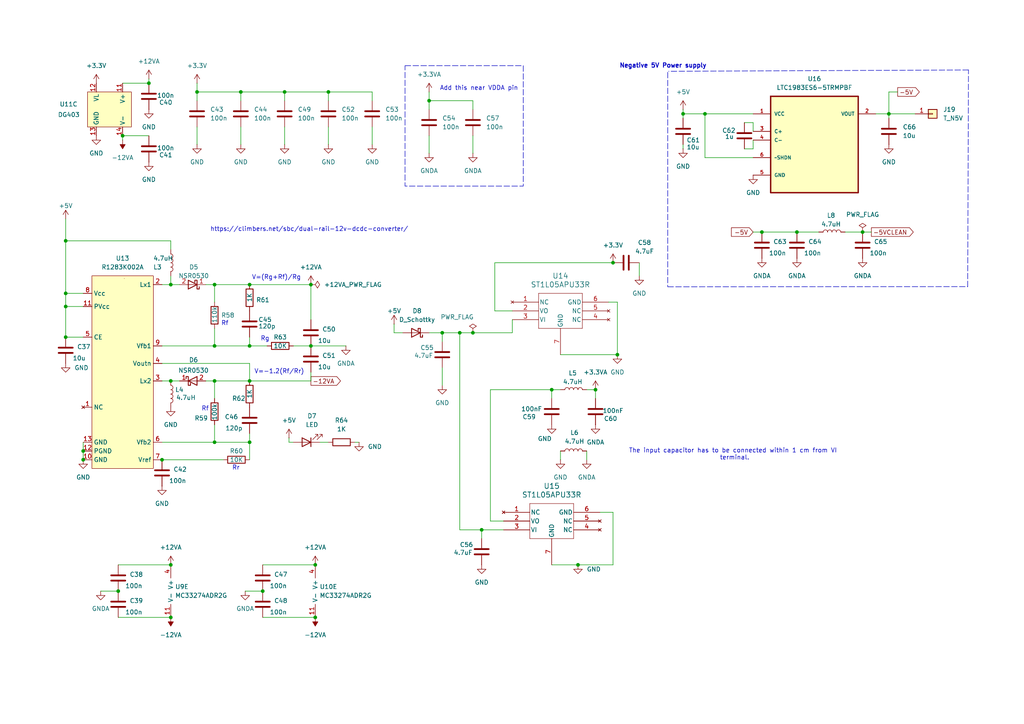
<source format=kicad_sch>
(kicad_sch (version 20250114) (generator "eeschema") (generator_version "9.0")
  (paper "A4")
  (lib_symbols
    (symbol "+3.3V_2" (power) (pin_numbers (hide yes)) (pin_names (offset 0) (hide yes))
      (property "Value" "+3.3V" (at 0 3.556 0))
      (symbol "+3.3V_2_1_1"
        (pin power_in line (at 0 0 90) (length 0) (name "~") (number "1"))
      )
    )
    (symbol "+3.3V_3" (power) (pin_numbers (hide yes)) (pin_names (offset 0) (hide yes))
      (property "Value" "+3.3V" (at 0 3.556 0))
      (symbol "+3.3V_3_1_1"
        (pin power_in line (at 0 0 90) (length 0) (name "~") (number "1"))
      )
    )
    (symbol "+5V_1" (power) (pin_numbers (hide yes)) (pin_names (offset 0) (hide yes))
      (property "Value" "+5V" (at 0 3.556 0))
      (symbol "+5V_1_1_1"
        (pin power_in line (at 0 0 90) (length 0) (name "~") (number "1"))
      )
    )
    (symbol "Connector_Generic:Conn_01x01" (pin_names (offset 1.016) (hide yes))
      (property "Reference" "J" (at 0 2.54 0))
      (property "Value" "Conn_01x01" (at 0 -2.54 0))
      (symbol "Conn_01x01_1_1"
        (pin passive line (at -5.08 0 0) (length 3.81) (name "Pin_1") (number "1"))
      )
    )
    (symbol "D_Schottky_1" (pin_names (offset 1.016) (hide yes))
      (property "Reference" "D" (at 0 2.54 0))
      (property "Value" "D_Schottky_1" (at 0 -2.54 0))
      (symbol "D_Schottky_1_1_1"
        (pin passive line (at -3.81 0 0) (length 2.54) (name "K") (number "1"))
        (pin passive line (at 3.81 0 180) (length 2.54) (name "A") (number "2"))
      )
    )
    (symbol "Device:C" (pin_numbers (hide yes)) (pin_names (offset 0.254))
      (property "Reference" "C" (at 0.635 2.54 0))
      (property "Value" "C" (at 0.635 -2.54 0))
      (symbol "C_1_1"
        (pin passive line (at 0 3.81 270) (length 2.794) (name "~") (number "1"))
        (pin passive line (at 0 -3.81 90) (length 2.794) (name "~") (number "2"))
      )
    )
    (symbol "Device:D_Schottky" (pin_numbers (hide yes)) (pin_names (offset 1.016) (hide yes))
      (property "Reference" "D" (at 0 2.54 0))
      (property "Value" "D_Schottky" (at 0 -2.54 0))
      (symbol "D_Schottky_1_1"
        (pin passive line (at -3.81 0 0) (length 2.54) (name "K") (number "1"))
        (pin passive line (at 3.81 0 180) (length 2.54) (name "A") (number "2"))
      )
    )
    (symbol "Device:L" (pin_numbers (hide yes)) (pin_names (offset 1.016) (hide yes))
      (property "Reference" "L" (at -1.27 0 90))
      (property "Value" "L" (at 1.905 0 90))
      (symbol "L_1_1"
        (pin passive line (at 0 3.81 270) (length 1.27) (name "1") (number "1"))
        (pin passive line (at 0 -3.81 90) (length 1.27) (name "2") (number "2"))
      )
    )
    (symbol "Device:LED" (pin_numbers (hide yes)) (pin_names (offset 1.016) (hide yes))
      (property "Reference" "D" (at 0 2.54 0))
      (property "Value" "LED" (at 0 -2.54 0))
      (symbol "LED_1_1"
        (pin passive line (at -3.81 0 0) (length 2.54) (name "K") (number "1"))
        (pin passive line (at 3.81 0 180) (length 2.54) (name "A") (number "2"))
      )
    )
    (symbol "Device:Opamp_Quad"
      (property "Reference" "U" (at 0 5.08 0))
      (property "Value" "Opamp_Quad" (at 0 -5.08 0))
      (symbol "Opamp_Quad_1_1"
        (pin input line (at -7.62 2.54 0) (length 2.54) (name "+") (number "3"))
        (pin input line (at -7.62 -2.54 0) (length 2.54) (name "-") (number "2"))
        (pin output line (at 7.62 0 180) (length 2.54) (name "~") (number "1"))
      )
      (symbol "Opamp_Quad_2_1"
        (pin input line (at -7.62 2.54 0) (length 2.54) (name "+") (number "5"))
        (pin input line (at -7.62 -2.54 0) (length 2.54) (name "-") (number "6"))
        (pin output line (at 7.62 0 180) (length 2.54) (name "~") (number "7"))
      )
      (symbol "Opamp_Quad_3_1"
        (pin input line (at -7.62 2.54 0) (length 2.54) (name "+") (number "10"))
        (pin input line (at -7.62 -2.54 0) (length 2.54) (name "-") (number "9"))
        (pin output line (at 7.62 0 180) (length 2.54) (name "~") (number "8"))
      )
      (symbol "Opamp_Quad_4_1"
        (pin input line (at -7.62 2.54 0) (length 2.54) (name "+") (number "12"))
        (pin input line (at -7.62 -2.54 0) (length 2.54) (name "-") (number "13"))
        (pin output line (at 7.62 0 180) (length 2.54) (name "~") (number "14"))
      )
      (symbol "Opamp_Quad_5_1"
        (pin power_in line (at -2.54 7.62 270) (length 3.81) (name "V+") (number "4"))
        (pin power_in line (at -2.54 -7.62 90) (length 3.81) (name "V-") (number "11"))
      )
    )
    (symbol "Device:R" (pin_numbers (hide yes)) (pin_names (offset 0))
      (property "Reference" "R" (at 2.032 0 90))
      (property "Value" "R" (at 0 0 90))
      (symbol "R_1_1"
        (pin passive line (at 0 3.81 270) (length 1.27) (name "~") (number "1"))
        (pin passive line (at 0 -3.81 90) (length 1.27) (name "~") (number "2"))
      )
    )
    (symbol "PWR_FLAG_2" (power) (pin_numbers (hide yes)) (pin_names (offset 0) (hide yes))
      (property "Value" "PWR_FLAG" (at 0 3.81 0))
      (symbol "PWR_FLAG_2_0_0"
        (pin power_out line (at 0 0 90) (length 0) (name "pwr") (number "1"))
      )
    )
    (symbol "PWR_FLAG_3" (power) (pin_numbers (hide yes)) (pin_names (offset 0) (hide yes))
      (property "Value" "PWR_FLAG" (at 0 3.81 0))
      (symbol "PWR_FLAG_3_0_0"
        (pin power_out line (at 0 0 90) (length 0) (name "pwr") (number "1"))
      )
    )
    (symbol "USBLabTool:DG403"
      (property "Reference" "U" (at -1.905 1.27 0))
      (property "Value" "DG403" (at -1.27 -0.635 0))
      (symbol "DG403_1_1"
        (pin input line (at -20.32 -5.08 0) (length 2.54) (name "IN1") (number "15"))
        (pin input line (at -20.32 -10.16 0) (length 2.54) (name "S1") (number "16"))
        (pin input line (at -20.32 -12.7 0) (length 2.54) (name "S3") (number "4"))
        (pin input line (at 0 -10.16 180) (length 2.54) (name "D1") (number "1"))
        (pin input line (at 0 -12.7 180) (length 2.54) (name "D3") (number "3"))
      )
      (symbol "DG403_2_1"
        (pin input line (at -10.16 -5.08 0) (length 2.54) (name "IN2") (number "10"))
        (pin input line (at -10.16 -10.16 0) (length 2.54) (name "S2") (number "9"))
        (pin input line (at -10.16 -12.7 0) (length 2.54) (name "S4") (number "5"))
        (pin input line (at 10.16 -10.16 180) (length 2.54) (name "D2") (number "8"))
        (pin input line (at 10.16 -12.7 180) (length 2.54) (name "D4") (number "6"))
      )
      (symbol "DG403_3_0"
        (pin no_connect line (at -10.16 -12.7 0) (length 2.54) (hide yes) (name "NC") (number "7"))
        (pin no_connect line (at 7.62 -12.7 180) (length 2.54) (hide yes) (name "NC") (number "2"))
      )
      (symbol "DG403_3_1"
        (pin power_in line (at -5.08 -5.08 270) (length 2.54) (name "VL") (number "12"))
        (pin power_in line (at -5.08 -20.32 90) (length 2.54) (name "GND") (number "13"))
        (pin power_in line (at 2.54 -5.08 270) (length 2.54) (name "V+") (number "11"))
        (pin power_in line (at 2.54 -20.32 90) (length 2.54) (name "V-") (number "14"))
      )
    )
    (symbol "USBLabTool:LTC1983ES6-5TRMPBF" (pin_names (offset 1.016))
      (property "Reference" "U" (at -3.6097 12.5324 0))
      (property "Value" "LTC1983ES6-5TRMPBF" (at -5.9974 -21.3213 0))
      (symbol "LTC1983ES6-5TRMPBF_0_0"
        (pin power_in line (at -17.78 5.08 0) (length 5.08) (name "VCC") (number "1"))
        (pin input line (at -17.78 0 0) (length 5.08) (name "C+") (number "3"))
        (pin input line (at -17.78 -2.54 0) (length 5.08) (name "C-") (number "4"))
        (pin input line (at -17.78 -7.62 0) (length 5.08) (name "~SHDN") (number "6"))
        (pin passive line (at -17.78 -12.7 0) (length 5.08) (name "GND") (number "5"))
        (pin output line (at 17.78 5.08 180) (length 5.08) (name "VOUT") (number "2"))
      )
    )
    (symbol "USBLabTool:ST1L05APU33R" (pin_names (offset 0.254))
      (property "Reference" "U" (at 13.716 9.398 0))
      (property "Value" "ST1L05APU33R" (at 13.716 6.858 0))
      (symbol "ST1L05APU33R_0_1"
        (pin no_connect line (at 0 2.54 0) (length 7.62) (name "NC") (number "1"))
        (pin no_connect line (at 27.94 0 180) (length 7.62) (name "NC") (number "5"))
        (pin no_connect line (at 27.94 -2.54 180) (length 7.62) (name "NC") (number "4"))
      )
      (symbol "ST1L05APU33R_1_1"
        (pin power_out line (at 0 0 0) (length 7.62) (name "VO") (number "2"))
        (pin power_in line (at 0 -2.54 0) (length 7.62) (name "VI") (number "3"))
        (pin power_in line (at 13.97 -12.7 90) (length 7.62) (name "GND") (number "7"))
        (pin power_in line (at 27.94 2.54 180) (length 7.62) (name "GND") (number "6"))
      )
    )
    (symbol "USBLabTool:r1283x"
      (property "Reference" "U" (at -5.08 -2.54 0))
      (property "Value" "R1283x" (at -5.08 -0.762 0))
      (symbol "r1283x_1_1"
        (pin power_in line (at -17.78 -10.16 0) (length 2.54) (name "Vcc") (number "8"))
        (pin power_in line (at -17.78 -13.97 0) (length 2.54) (name "PVcc") (number "11"))
        (pin input line (at -17.78 -22.86 0) (length 2.54) (name "CE") (number "5"))
        (pin no_connect line (at -17.78 -43.18 0) (length 2.54) (name "NC") (number "1"))
        (pin power_in line (at -17.78 -53.34 0) (length 2.54) (name "GND") (number "13"))
        (pin power_out line (at -17.78 -55.88 0) (length 2.54) (name "PGND") (number "12"))
        (pin power_in line (at -17.78 -58.42 0) (length 2.54) (name "GND") (number "10"))
        (pin input line (at 5.08 -7.62 180) (length 2.54) (name "Lx1") (number "2"))
        (pin input line (at 5.08 -25.4 180) (length 2.54) (name "Vfb1") (number "9"))
        (pin power_out line (at 5.08 -30.48 180) (length 2.54) (name "Voutn") (number "4"))
        (pin input line (at 5.08 -35.56 180) (length 2.54) (name "Lx2") (number "3"))
        (pin input line (at 5.08 -53.34 180) (length 2.54) (name "Vfb2") (number "6"))
        (pin input line (at 5.08 -58.42 180) (length 2.54) (name "Vref") (number "7"))
      )
    )
    (symbol "power:+12VA" (power) (pin_numbers (hide yes)) (pin_names (offset 0) (hide yes))
      (property "Value" "+12VA" (at 0 3.556 0))
      (symbol "+12VA_1_1"
        (pin power_in line (at 0 0 90) (length 0) (name "~") (number "1"))
      )
    )
    (symbol "power:+3.3V" (power) (pin_numbers (hide yes)) (pin_names (offset 0) (hide yes))
      (property "Value" "+3.3V" (at 0 3.556 0))
      (symbol "+3.3V_1_1"
        (pin power_in line (at 0 0 90) (length 0) (name "~") (number "1"))
      )
    )
    (symbol "power:+3.3VA" (power) (pin_numbers (hide yes)) (pin_names (offset 0) (hide yes))
      (property "Value" "+3.3VA" (at 0 3.556 0))
      (symbol "+3.3VA_1_1"
        (pin power_in line (at 0 0 90) (length 0) (name "~") (number "1"))
      )
    )
    (symbol "power:+5V" (power) (pin_numbers (hide yes)) (pin_names (offset 0) (hide yes))
      (property "Value" "+5V" (at 0 3.556 0))
      (symbol "+5V_1_1"
        (pin power_in line (at 0 0 90) (length 0) (name "~") (number "1"))
      )
    )
    (symbol "power:-12VA" (power) (pin_numbers (hide yes)) (pin_names (offset 0) (hide yes))
      (property "Value" "-12VA" (at 0 3.556 0))
      (symbol "-12VA_0_0"
        (pin power_in line (at 0 0 90) (length 0) (name "~") (number "1"))
      )
    )
    (symbol "power:GND" (power) (pin_numbers (hide yes)) (pin_names (offset 0) (hide yes))
      (property "Value" "GND" (at 0 -3.81 0))
      (symbol "GND_1_1"
        (pin power_in line (at 0 0 270) (length 0) (name "~") (number "1"))
      )
    )
    (symbol "power:GNDA" (power) (pin_numbers (hide yes)) (pin_names (offset 0) (hide yes))
      (property "Value" "GNDA" (at 0 -3.81 0))
      (symbol "GNDA_1_1"
        (pin power_in line (at 0 0 270) (length 0) (name "~") (number "1"))
      )
    )
    (symbol "power:PWR_FLAG" (power) (pin_numbers (hide yes)) (pin_names (offset 0) (hide yes))
      (property "Value" "PWR_FLAG" (at 0 3.81 0))
      (symbol "PWR_FLAG_0_0"
        (pin power_out line (at 0 0 90) (length 0) (name "~") (number "1"))
      )
    )
  )
  (rectangle (start 117.475 19.05) (end 151.765 53.975) (stroke (width 0) (type dash)))
  (text "Rf" (at 64.135 94.615 0) (effects (font (size 1.27 1.27)) (justify left bottom)))
  (text "The input capacitor has to be connected within 1 cm from VI\n terminal." (at 212.598 131.826 0) (effects (font (size 1.27 1.27))))
  (text "https://climbers.net/sbc/dual-rail-12v-dcdc-converter/" (at 60.96 67.31 0) (effects (font (size 1.27 1.27)) (justify left bottom)))
  (text "Add this near VDDA pin" (at 138.938 25.654 0) (effects (font (size 1.27 1.27))))
  (text "V=(Rg+Rf)/Rg" (at 73.025 81.28 0) (effects (font (size 1.27 1.27)) (justify left bottom)))
  (text "V=-1.2(Rf/Rr)" (at 88.265 108.585 0) (effects (font (size 1.27 1.27)) (justify right bottom)))
  (text "Rg" (at 75.565 99.06 0) (effects (font (size 1.27 1.27)) (justify left bottom)))
  (text "Negative 5V Power supply" (at 179.6288 19.9136 0) (effects (font (size 1.27 1.27) (thickness 0.254) (bold yes)) (justify left bottom)))
  (text "Rf" (at 58.42 119.38 0) (effects (font (size 1.27 1.27)) (justify left bottom)))
  (text "Rr" (at 67.31 136.525 0) (effects (font (size 1.27 1.27)) (justify left bottom)))
  (junction (at 231.14 67.31))
  (junction (at 198.12 33.02))
  (junction (at 43.18 24.13))
  (junction (at 72.39 110.49))
  (junction (at 49.53 110.49))
  (junction (at 257.81 33.02))
  (junction (at 57.15 26.67))
  (junction (at 91.44 179.07))
  (junction (at 19.05 88.9))
  (junction (at 204.47 33.02))
  (junction (at 137.16 96.52))
  (junction (at 72.39 82.55))
  (junction (at 139.7 153.67))
  (junction (at 250.19 67.31))
  (junction (at 19.05 97.79))
  (junction (at 172.72 113.03))
  (junction (at 35.56 39.37))
  (junction (at 91.44 163.83))
  (junction (at 133.35 96.52))
  (junction (at 19.05 85.09))
  (junction (at 49.53 82.55))
  (junction (at 72.39 100.33))
  (junction (at 220.98 67.31))
  (junction (at 46.99 133.35))
  (junction (at 19.05 69.85))
  (junction (at 167.64 163.83))
  (junction (at 90.17 100.33))
  (junction (at 179.07 102.87))
  (junction (at 49.53 179.07))
  (junction (at 24.13 130.81))
  (junction (at 62.23 100.33))
  (junction (at 76.2 171.45))
  (junction (at 62.23 128.27))
  (junction (at 160.02 113.03))
  (junction (at 124.46 29.21))
  (junction (at 34.29 171.45))
  (junction (at 49.53 163.83))
  (junction (at 82.55 26.67))
  (junction (at 90.17 82.55))
  (junction (at 24.13 133.35))
  (junction (at 128.27 96.52))
  (junction (at 95.25 26.67))
  (junction (at 62.23 82.55))
  (junction (at 72.39 128.27))
  (junction (at 177.8 76.2))
  (junction (at 62.23 110.49))
  (junction (at 69.85 26.67))
  (wire (pts (xy 170.18 113.03) (xy 172.72 113.03)))
  (wire (pts (xy 204.47 33.02) (xy 204.47 45.72)))
  (wire (pts (xy 218.44 67.31) (xy 220.98 67.31)))
  (wire (pts (xy 62.23 100.33) (xy 72.39 100.33)))
  (wire (pts (xy 128.27 106.68) (xy 128.27 111.76)))
  (wire (pts (xy 62.23 128.27) (xy 46.99 128.27)))
  (wire (pts (xy 170.18 130.81) (xy 170.18 133.35)))
  (wire (pts (xy 57.15 24.13) (xy 57.15 26.67)))
  (wire (pts (xy 114.3 96.52) (xy 116.84 96.52)))
  (wire (pts (xy 72.39 125.73) (xy 72.39 128.27)))
  (wire (pts (xy 137.16 39.37) (xy 137.16 44.45)))
  (polyline (pts (xy 280.8986 20.2946) (xy 193.929 20.6756)) (stroke (width 0) (type dash)))
  (wire (pts (xy 72.39 82.55) (xy 90.17 82.55)))
  (wire (pts (xy 162.56 133.35) (xy 162.56 130.81)))
  (wire (pts (xy 143.51 76.2) (xy 177.8 76.2)))
  (wire (pts (xy 90.17 92.71) (xy 90.17 82.55)))
  (wire (pts (xy 72.39 110.49) (xy 90.17 110.49)))
  (wire (pts (xy 142.24 113.03) (xy 160.02 113.03)))
  (wire (pts (xy 250.19 67.31) (xy 252.73 67.31)))
  (wire (pts (xy 133.35 96.52) (xy 133.35 153.67)))
  (wire (pts (xy 124.46 96.52) (xy 128.27 96.52)))
  (wire (pts (xy 220.98 67.31) (xy 231.14 67.31)))
  (wire (pts (xy 92.71 128.27) (xy 95.25 128.27)))
  (wire (pts (xy 257.81 33.02) (xy 265.43 33.02)))
  (polyline (pts (xy 193.675 20.955) (xy 193.675 83.185)) (stroke (width 0) (type dash)))
  (wire (pts (xy 215.9 43.18) (xy 218.44 43.18)))
  (wire (pts (xy 95.25 26.67) (xy 107.95 26.67)))
  (wire (pts (xy 128.27 96.52) (xy 133.35 96.52)))
  (wire (pts (xy 198.12 33.02) (xy 204.47 33.02)))
  (wire (pts (xy 137.16 29.21) (xy 137.16 31.75)))
  (wire (pts (xy 124.46 29.21) (xy 124.46 31.75)))
  (wire (pts (xy 231.14 67.31) (xy 237.49 67.31)))
  (wire (pts (xy 198.12 31.75) (xy 198.12 33.02)))
  (wire (pts (xy 34.29 163.83) (xy 49.53 163.83)))
  (wire (pts (xy 19.05 88.9) (xy 24.13 88.9)))
  (wire (pts (xy 19.05 63.5) (xy 19.05 69.85)))
  (wire (pts (xy 43.18 24.13) (xy 35.56 24.13)))
  (wire (pts (xy 257.81 26.67) (xy 260.35 26.67)))
  (wire (pts (xy 52.07 110.49) (xy 49.53 110.49)))
  (wire (pts (xy 19.05 88.9) (xy 19.05 97.79)))
  (polyline (pts (xy 280.67 83.185) (xy 280.8986 20.2946)) (stroke (width 0) (type dash)))
  (wire (pts (xy 114.3 93.98) (xy 114.3 96.52)))
  (wire (pts (xy 24.13 130.81) (xy 24.13 133.35)))
  (wire (pts (xy 62.23 115.57) (xy 62.23 110.49)))
  (wire (pts (xy 167.64 163.83) (xy 177.8 163.83)))
  (wire (pts (xy 162.56 102.87) (xy 179.07 102.87)))
  (wire (pts (xy 204.47 33.02) (xy 218.44 33.02)))
  (wire (pts (xy 46.99 100.33) (xy 62.23 100.33)))
  (wire (pts (xy 107.95 26.67) (xy 107.95 29.21)))
  (wire (pts (xy 72.39 128.27) (xy 62.23 128.27)))
  (wire (pts (xy 198.12 34.29) (xy 198.12 33.02)))
  (wire (pts (xy 62.23 95.25) (xy 62.23 100.33)))
  (wire (pts (xy 85.09 100.33) (xy 90.17 100.33)))
  (polyline (pts (xy 193.675 83.185) (xy 280.67 83.1342)) (stroke (width 0) (type dash)))
  (wire (pts (xy 19.05 85.09) (xy 19.05 88.9)))
  (wire (pts (xy 57.15 26.67) (xy 69.85 26.67)))
  (wire (pts (xy 204.47 45.72) (xy 218.44 45.72)))
  (wire (pts (xy 34.29 179.07) (xy 49.53 179.07)))
  (wire (pts (xy 102.87 128.27) (xy 104.14 128.27)))
  (wire (pts (xy 160.02 113.03) (xy 162.56 113.03)))
  (wire (pts (xy 24.13 128.27) (xy 24.13 130.81)))
  (wire (pts (xy 124.46 26.67) (xy 124.46 29.21)))
  (wire (pts (xy 82.55 36.83) (xy 82.55 41.91)))
  (wire (pts (xy 124.46 29.21) (xy 137.16 29.21)))
  (wire (pts (xy 179.07 87.63) (xy 179.07 102.87)))
  (wire (pts (xy 133.35 153.67) (xy 139.7 153.67)))
  (wire (pts (xy 59.69 110.49) (xy 62.23 110.49)))
  (wire (pts (xy 172.72 113.03) (xy 172.72 115.57)))
  (wire (pts (xy 49.53 69.85) (xy 49.53 72.39)))
  (wire (pts (xy 59.69 82.55) (xy 62.23 82.55)))
  (wire (pts (xy 46.99 105.41) (xy 72.39 105.41)))
  (wire (pts (xy 62.23 123.19) (xy 62.23 128.27)))
  (wire (pts (xy 82.55 26.67) (xy 82.55 29.21)))
  (wire (pts (xy 19.05 85.09) (xy 24.13 85.09)))
  (wire (pts (xy 19.05 97.79) (xy 24.13 97.79)))
  (wire (pts (xy 83.82 127) (xy 83.82 128.27)))
  (wire (pts (xy 69.85 36.83) (xy 69.85 41.91)))
  (wire (pts (xy 133.35 96.52) (xy 137.16 96.52)))
  (wire (pts (xy 57.15 26.67) (xy 57.15 29.21)))
  (wire (pts (xy 52.07 82.55) (xy 49.53 82.55)))
  (wire (pts (xy 49.53 110.49) (xy 46.99 110.49)))
  (wire (pts (xy 107.95 36.83) (xy 107.95 41.91)))
  (wire (pts (xy 218.44 43.18) (xy 218.44 40.64)))
  (wire (pts (xy 62.23 82.55) (xy 72.39 82.55)))
  (wire (pts (xy 218.44 35.56) (xy 218.44 38.1)))
  (wire (pts (xy 76.2 179.07) (xy 91.44 179.07)))
  (wire (pts (xy 139.7 153.67) (xy 139.7 156.21)))
  (wire (pts (xy 76.2 163.83) (xy 91.44 163.83)))
  (wire (pts (xy 72.39 133.35) (xy 72.39 128.27)))
  (wire (pts (xy 215.9 35.56) (xy 218.44 35.56)))
  (wire (pts (xy 90.17 107.95) (xy 90.17 110.49)))
  (wire (pts (xy 139.7 153.67) (xy 146.05 153.67)))
  (wire (pts (xy 95.25 36.83) (xy 95.25 41.91)))
  (wire (pts (xy 69.85 26.67) (xy 82.55 26.67)))
  (wire (pts (xy 64.77 133.35) (xy 46.99 133.35)))
  (wire (pts (xy 43.18 22.86) (xy 43.18 24.13)))
  (wire (pts (xy 57.15 36.83) (xy 57.15 41.91)))
  (wire (pts (xy 90.17 100.33) (xy 100.33 100.33)))
  (wire (pts (xy 49.53 82.55) (xy 46.99 82.55)))
  (wire (pts (xy 143.51 90.17) (xy 143.51 76.2)))
  (wire (pts (xy 35.56 39.37) (xy 43.18 39.37)))
  (wire (pts (xy 142.24 151.13) (xy 146.05 151.13)))
  (wire (pts (xy 173.99 148.59) (xy 177.8 148.59)))
  (wire (pts (xy 29.21 171.45) (xy 34.29 171.45)))
  (wire (pts (xy 148.59 96.52) (xy 148.59 92.71)))
  (wire (pts (xy 148.59 96.52) (xy 137.16 96.52)))
  (wire (pts (xy 49.53 80.01) (xy 49.53 82.55)))
  (wire (pts (xy 83.82 128.27) (xy 85.09 128.27)))
  (wire (pts (xy 19.05 69.85) (xy 19.05 85.09)))
  (wire (pts (xy 198.12 43.18) (xy 198.12 41.91)))
  (wire (pts (xy 19.05 69.85) (xy 49.53 69.85)))
  (wire (pts (xy 82.55 26.67) (xy 95.25 26.67)))
  (wire (pts (xy 72.39 100.33) (xy 77.47 100.33)))
  (wire (pts (xy 128.27 96.52) (xy 128.27 99.06)))
  (wire (pts (xy 69.85 26.67) (xy 69.85 29.21)))
  (wire (pts (xy 95.25 26.67) (xy 95.25 29.21)))
  (wire (pts (xy 142.24 113.03) (xy 142.24 151.13)))
  (wire (pts (xy 35.56 40.64) (xy 35.56 39.37)))
  (wire (pts (xy 143.51 90.17) (xy 148.59 90.17)))
  (wire (pts (xy 71.12 171.45) (xy 76.2 171.45)))
  (wire (pts (xy 257.81 26.67) (xy 257.81 33.02)))
  (wire (pts (xy 62.23 110.49) (xy 72.39 110.49)))
  (wire (pts (xy 245.11 67.31) (xy 250.19 67.31)))
  (wire (pts (xy 124.46 39.37) (xy 124.46 44.45)))
  (wire (pts (xy 72.39 97.79) (xy 72.39 100.33)))
  (wire (pts (xy 257.81 33.02) (xy 257.81 34.29)))
  (wire (pts (xy 160.02 113.03) (xy 160.02 115.57)))
  (wire (pts (xy 72.39 105.41) (xy 72.39 110.49)))
  (wire (pts (xy 62.23 82.55) (xy 62.23 87.63)))
  (wire (pts (xy 176.53 87.63) (xy 179.07 87.63)))
  (wire (pts (xy 177.8 148.59) (xy 177.8 163.83)))
  (wire (pts (xy 185.42 76.2) (xy 185.42 80.01)))
  (wire (pts (xy 254 33.02) (xy 257.81 33.02)))
  (wire (pts (xy 160.02 163.83) (xy 167.64 163.83)))
  (global_label "-5V" (shape output) (at 260.35 26.67 0) (property "Intersheetrefs" "${INTERSHEET_REFS}" (effects (hide yes))))
  (global_label "-5V" (shape input) (at 218.44 67.31 180) (property "Intersheetrefs" "${INTERSHEET_REFS}" (effects (hide yes))))
  (global_label "-5VCLEAN" (shape output) (at 252.73 67.31 0) (property "Intersheetrefs" "${INTERSHEET_REFS}" (effects (hide yes))))
  (global_label "-12VA" (shape output) (at 90.17 110.49 0) (property "Intersheetrefs" "${INTERSHEET_REFS}" (effects (hide yes))))
  (symbol (lib_id "Device:C") (at 34.29 175.26 0) (unit 1)
    (property "Reference" "C39" (at 37.592 174.244 0) (effects (justify left)))
    (property "Value" "100n" (at 36.322 177.546 0) (effects (justify left)))
    (property "Footprint" "Capacitor_SMD:C_0603_1608Metric_Pad1.08x0.95mm_HandSolder" (effects (hide yes)))
  )
  (symbol (lib_id "power:+3.3VA") (at 124.46 26.67 0) (unit 1)
    (property "Reference" "#PWR0102" (effects (hide yes)))
    (property "Value" "+3.3VA" (at 124.46 21.59 0))
    (property "Description" "Power symbol creates a global label with name \"+3.3VA\"" (effects (hide yes)))
  )
  (symbol (lib_id "power:GNDA") (at 220.98 74.93 0) (unit 1)
    (property "Reference" "#PWR0124" (effects (hide yes)))
    (property "Value" "GNDA" (at 220.98 80.01 0))
    (property "Description" "Power symbol creates a global label with name \"GNDA\" , analog ground" (effects (hide yes)))
  )
  (symbol (lib_id "Device:C") (at 76.2 175.26 0) (unit 1)
    (property "Reference" "C48" (at 79.502 174.244 0) (effects (justify left)))
    (property "Value" "100n" (at 78.232 177.546 0) (effects (justify left)))
    (property "Footprint" "Capacitor_SMD:C_0603_1608Metric_Pad1.08x0.95mm_HandSolder" (effects (hide yes)))
  )
  (symbol (lib_id "Device:C") (at 181.61 76.2 270) (unit 1)
    (property "Reference" "C58" (at 186.944 70.358 90))
    (property "Value" "4.7uF" (at 186.944 72.898 90))
    (property "Footprint" "Capacitor_SMD:C_0603_1608Metric_Pad1.08x0.95mm_HandSolder" (effects (hide yes)))
  )
  (symbol (lib_id "power:GND") (at 162.56 133.35 0) (unit 1)
    (property "Reference" "#PWR0117" (effects (hide yes)))
    (property "Value" "GND" (at 162.56 138.43 0))
    (property "Description" "Power symbol creates a global label with name \"GND\" , ground" (effects (hide yes)))
  )
  (symbol (lib_id "power:GNDA") (at 100.33 100.33 0) (unit 1)
    (property "Reference" "#PWR0103" (effects (hide yes)))
    (property "Value" "GNDA" (at 100.33 105.41 0))
  )
  (symbol (lib_id "USBLabTool:ST1L05APU33R") (at 148.59 90.17 0) (unit 1)
    (property "Reference" "U14" (at 162.56 80.01 0) (effects (font (size 1.524 1.524))))
    (property "Value" "ST1L05APU33R" (at 162.56 82.55 0) (effects (font (size 1.524 1.524))))
    (property "Footprint" "userfp:DFN_5APU33R_STM" (effects (hide yes)))
    (property "Datasheet" "ST1L05APU33R" (effects (hide yes)))
  )
  (symbol (lib_id "Device:L") (at 166.37 130.81 90) (unit 1)
    (property "Reference" "L6" (at 166.624 125.476 90))
    (property "Value" "4.7uH" (at 166.624 128.016 90))
    (property "Footprint" "userfp:IND_TAIYO_NRH2410_TAY" (effects (hide yes)))
    (property "Mouser REF" "80-L0603B470KPWFT" (effects (hide yes)))
  )
  (symbol (lib_id "Device:C") (at 90.17 96.52 0) (unit 1)
    (property "Reference" "C50" (at 93.472 95.504 0) (effects (justify left)))
    (property "Value" "10u" (at 92.202 98.806 0) (effects (justify left)))
    (property "Footprint" "Capacitor_SMD:C_0805_2012Metric_Pad1.18x1.45mm_HandSolder" (effects (hide yes)))
  )
  (symbol (lib_id "Device:C") (at 172.72 119.38 180) (unit 1)
    (property "Reference" "C60" (at 179.07 121.412 0) (effects (justify left)))
    (property "Value" "100nF" (at 180.848 119.126 0) (effects (justify left)))
    (property "Footprint" "Capacitor_SMD:C_0603_1608Metric_Pad1.08x0.95mm_HandSolder" (effects (hide yes)))
  )
  (symbol (lib_id "power:GNDA") (at 231.14 74.93 0) (unit 1)
    (property "Reference" "#PWR0125" (effects (hide yes)))
    (property "Value" "GNDA" (at 231.14 80.01 0))
    (property "Description" "Power symbol creates a global label with name \"GNDA\" , analog ground" (effects (hide yes)))
  )
  (symbol (lib_id "power:GNDA") (at 137.16 44.45 0) (unit 1)
    (property "Reference" "#PWR0111" (effects (hide yes)))
    (property "Value" "GNDA" (at 137.16 49.53 0))
  )
  (symbol (lib_id "power:GND") (at 27.94 39.37 0) (unit 1)
    (property "Reference" "#PWR082" (effects (hide yes)))
    (property "Value" "GND" (at 27.94 44.45 0))
    (property "Description" "Power symbol creates a global label with name \"GND\" , ground" (effects (hide yes)))
  )
  (symbol (lib_id "Device:C") (at 82.55 33.02 0) (unit 1)
    (property "Reference" "C49" (at 86.36 31.7499 0) (effects (justify left)))
    (property "Value" "100n" (at 86.36 34.2899 0) (effects (justify left)))
    (property "Footprint" "Capacitor_SMD:C_0603_1608Metric_Pad1.08x0.95mm_HandSolder" (effects (hide yes)))
  )
  (symbol (lib_name "+3.3V_2") (lib_id "power:+3.3V") (at 27.94 24.13 0) (unit 1)
    (property "Reference" "#PWR072" (effects (hide yes)))
    (property "Value" "+3.3V" (at 27.94 19.05 0))
    (property "Description" "Power symbol creates a global label with name \"+3.3V\"" (effects (hide yes)))
  )
  (symbol (lib_id "Device:R") (at 81.28 100.33 270) (unit 1)
    (property "Reference" "R63" (at 81.28 97.79 90))
    (property "Value" "10K" (at 81.28 100.33 90))
    (property "Footprint" "Resistor_SMD:R_0603_1608Metric" (effects (hide yes)))
  )
  (symbol (lib_id "Device:C") (at 220.98 71.12 0) (unit 1)
    (property "Reference" "C63" (at 224.282 70.104 0) (effects (justify left)))
    (property "Value" "100n" (at 223.012 73.406 0) (effects (justify left)))
    (property "Footprint" "Capacitor_SMD:C_0603_1608Metric_Pad1.08x0.95mm_HandSolder" (effects (hide yes)))
  )
  (symbol (lib_id "Device:R") (at 99.06 128.27 90) (unit 1)
    (property "Reference" "R64" (at 99.06 121.92 90))
    (property "Value" "1K" (at 99.06 124.46 90))
    (property "Footprint" "Resistor_SMD:R_0603_1608Metric" (effects (hide yes)))
    (property "Description" "Resistor" (effects (hide yes)))
  )
  (symbol (lib_id "power:GNDA") (at 160.02 123.19 0) (unit 1)
    (property "Reference" "#PWR0116" (effects (hide yes)))
    (property "Value" "GND" (at 155.956 127.254 0) (effects (justify left)))
  )
  (symbol (lib_id "Device:C") (at 160.02 119.38 180) (unit 1)
    (property "Reference" "C59" (at 155.448 120.904 0) (effects (justify left)))
    (property "Value" "100nF" (at 157.226 118.618 0) (effects (justify left)))
    (property "Footprint" "Capacitor_SMD:C_0603_1608Metric_Pad1.08x0.95mm_HandSolder" (effects (hide yes)))
  )
  (symbol (lib_id "power:GND") (at 198.12 43.18 0) (unit 1)
    (property "Reference" "#PWR0107" (effects (hide yes)))
    (property "Value" "GND" (at 198.12 48.26 0))
    (property "Description" "Power symbol creates a global label with name \"GND\" , ground" (effects (hide yes)))
  )
  (symbol (lib_id "Device:R") (at 62.23 119.38 0) (mirror y) (unit 1)
    (property "Reference" "R59" (at 60.325 121.285 0) (effects (justify left)))
    (property "Value" "100k" (at 62.23 121.92 90) (effects (justify left)))
    (property "Footprint" "Resistor_SMD:R_0603_1608Metric" (effects (hide yes)))
    (property "BUY" "https://www.digikey.com/en/products/detail/yageo/RC0603FR-07110KL/726905" (effects (hide yes)))
  )
  (symbol (lib_id "power:GNDA") (at 124.46 44.45 0) (unit 1)
    (property "Reference" "#PWR0108" (effects (hide yes)))
    (property "Value" "GNDA" (at 124.46 49.53 0))
  )
  (symbol (lib_id "Device:LED") (at 88.9 128.27 180) (unit 1)
    (property "Reference" "D7" (at 90.4875 120.65 0))
    (property "Value" "LED" (at 90.4875 123.19 0))
    (property "Footprint" "LED_THT:LED_D5.0mm" (effects (hide yes)))
    (property "Description" "Light emitting diode" (effects (hide yes)))
    (property "Sim.Pins" "1=K 2=A" (effects (hide yes)))
  )
  (symbol (lib_id "Device:C") (at 107.95 33.02 0) (unit 1)
    (property "Reference" "C53" (at 111.76 31.7499 0) (effects (justify left)))
    (property "Value" "100n" (at 111.76 34.2899 0) (effects (justify left)))
    (property "Footprint" "Capacitor_SMD:C_0603_1608Metric_Pad1.08x0.95mm_HandSolder" (effects (hide yes)))
  )
  (symbol (lib_id "power:+12VA") (at 91.44 163.83 0) (unit 1)
    (property "Reference" "#PWR0100" (effects (hide yes)))
    (property "Value" "+12VA" (at 91.44 158.75 0))
    (property "Description" "Power symbol creates a global label with name \"+12VA\"" (effects (hide yes)))
  )
  (symbol (lib_id "power:GND") (at 57.15 41.91 0) (unit 1)
    (property "Reference" "#PWR085" (effects (hide yes)))
    (property "Value" "GND" (at 57.15 46.99 0))
    (property "Description" "Power symbol creates a global label with name \"GND\" , ground" (effects (hide yes)))
  )
  (symbol (lib_id "power:-12VA") (at 35.56 40.64 180) (unit 1)
    (property "Reference" "#PWR084" (effects (hide yes)))
    (property "Value" "-12VA" (at 35.56 45.72 0))
    (property "Description" "Power symbol creates a global label with name \"-12VA\"" (effects (hide yes)))
  )
  (symbol (lib_name "+5V_1") (lib_id "power:+5V") (at 114.3 93.98 0) (unit 1)
    (property "Reference" "#PWR0106" (effects (hide yes)))
    (property "Value" "+5V" (at 112.268 90.17 0) (effects (justify left)))
    (property "Description" "Power symbol creates a global label with name \"+5V\"" (effects (hide yes)))
  )
  (symbol (lib_id "power:GNDA") (at 139.7 163.83 0) (unit 1)
    (property "Reference" "#PWR0110" (effects (hide yes)))
    (property "Value" "GND" (at 139.7 168.91 0))
  )
  (symbol (lib_id "Device:C") (at 90.17 104.14 0) (unit 1)
    (property "Reference" "C51" (at 93.472 103.124 0) (effects (justify left)))
    (property "Value" "10u" (at 92.202 106.426 0) (effects (justify left)))
    (property "Footprint" "Capacitor_SMD:C_0805_2012Metric_Pad1.18x1.45mm_HandSolder" (effects (hide yes)))
  )
  (symbol (lib_id "Device:C") (at 72.39 121.92 0) (mirror y) (unit 1)
    (property "Reference" "C46" (at 69.088 120.904 0) (effects (justify left)))
    (property "Value" "120p" (at 70.358 124.206 0) (effects (justify left)))
    (property "Footprint" "Capacitor_SMD:C_0603_1608Metric_Pad1.08x0.95mm_HandSolder" (effects (hide yes)))
    (property "BUY" "https://www.digikey.com/en/products/detail/walsin-technology-corporation/0603N121J500CT/9354978" (effects (hide yes)))
  )
  (symbol (lib_id "power:+3.3V") (at 177.8 76.2 0) (unit 1)
    (property "Reference" "#PWR0114" (effects (hide yes)))
    (property "Value" "+3.3V" (at 177.8 71.12 0))
    (property "Description" "Power symbol creates a global label with name \"+3.3V\"" (effects (hide yes)))
  )
  (symbol (lib_id "Device:C") (at 69.85 33.02 0) (unit 1)
    (property "Reference" "C44" (at 73.66 31.7499 0) (effects (justify left)))
    (property "Value" "100n" (at 73.66 34.2899 0) (effects (justify left)))
    (property "Footprint" "Capacitor_SMD:C_0603_1608Metric_Pad1.08x0.95mm_HandSolder" (effects (hide yes)))
  )
  (symbol (lib_name "PWR_FLAG_2") (lib_id "power:PWR_FLAG") (at 90.17 82.55 270) (unit 1)
    (property "Reference" "#FLG011" (effects (hide yes)))
    (property "Value" "+12VA_PWR_FLAG" (at 93.98 82.5499 90) (effects (justify left)))
  )
  (symbol (lib_id "power:GNDA") (at 104.14 128.27 0) (unit 1)
    (property "Reference" "#PWR0104" (effects (hide yes)))
    (property "Value" "GND" (at 106.68 129.5399 0) (effects (justify left)))
  )
  (symbol (lib_id "Device:L") (at 49.53 76.2 0) (unit 1)
    (property "Reference" "L3" (at 44.45 77.4699 0) (effects (justify left)))
    (property "Value" "4.7uH" (at 44.45 74.93 0) (effects (justify left)))
    (property "Footprint" "userfp:IND_TAIYO_NRH2410_TAY" (effects (hide yes)))
    (property "BUY" "https://www.digikey.com/en/products/detail/taiyo-yuden/NRH2410T6R8MN/2178910" (effects (hide yes)))
  )
  (symbol (lib_id "Device:L") (at 49.53 114.3 0) (unit 1)
    (property "Reference" "L4" (at 50.8 113.0299 0) (effects (justify left)))
    (property "Value" "4.7uH" (at 51.054 115.316 0) (effects (justify left)))
    (property "Footprint" "userfp:IND_TAIYO_NRH2410_TAY" (effects (hide yes)))
  )
  (symbol (lib_id "Device:D_Schottky") (at 120.65 96.52 180) (unit 1)
    (property "Reference" "D8" (at 120.9675 90.17 0))
    (property "Value" "D_Schottky" (at 120.9675 92.71 0))
    (property "Footprint" "Diode_SMD:D_1206_3216Metric_Pad1.42x1.75mm_HandSolder" (effects (hide yes)))
    (property "Mouser REF" "512-SS24FL" (effects (hide yes)))
  )
  (symbol (lib_id "power:+12VA") (at 49.53 163.83 0) (unit 1)
    (property "Reference" "#PWR090" (effects (hide yes)))
    (property "Value" "+12VA" (at 49.53 158.75 0))
    (property "Description" "Power symbol creates a global label with name \"+12VA\"" (effects (hide yes)))
  )
  (symbol (lib_id "power:GND") (at 257.81 41.91 0) (unit 1)
    (property "Reference" "#PWR0122" (effects (hide yes)))
    (property "Value" "GND" (at 257.81 46.99 0))
    (property "Description" "Power symbol creates a global label with name \"GND\" , ground" (effects (hide yes)))
  )
  (symbol (lib_id "Device:Opamp_Quad") (at 93.98 171.45 0) (unit 5)
    (property "Reference" "U10" (at 92.71 170.1799 0) (effects (justify left)))
    (property "Value" "MC33274ADR2G" (at 92.71 172.7199 0) (effects (justify left)))
    (property "Footprint" "Package_SO:SOIC-14_3.9x8.7mm_P1.27mm" (effects (hide yes)))
    (property "Description" "Quad operational amplifier" (effects (hide yes)))
    (property "Sim.Library" "${KICAD7_SYMBOL_DIR}/Simulation_SPICE.sp" (effects (hide yes)))
    (property "Sim.Name" "kicad_builtin_opamp_quad" (effects (hide yes)))
    (property "Sim.Device" "SUBCKT" (effects (hide yes)))
    (property "Sim.Pins" "1=out1 2=in1- 3=in1+ 4=vcc 5=in2+ 6=in2- 7=out2 8=out3 9=in3- 10=in3+ 11=vee 12=in4+ 13=in4- 14=out4" (effects (hide yes)))
  )
  (symbol (lib_id "power:GND") (at 218.44 50.8 0) (unit 1)
    (property "Reference" "#PWR0160" (effects (hide yes)))
    (property "Value" "GND" (at 218.44 55.88 0))
    (property "Description" "Power symbol creates a global label with name \"GND\" , ground" (effects (hide yes)))
  )
  (symbol (lib_id "power:-12VA") (at 49.53 179.07 180) (unit 1)
    (property "Reference" "#PWR091" (effects (hide yes)))
    (property "Value" "-12VA" (at 49.53 184.15 0))
    (property "Description" "Power symbol creates a global label with name \"-12VA\"" (effects (hide yes)))
  )
  (symbol (lib_id "Device:C") (at 231.14 71.12 0) (unit 1)
    (property "Reference" "C64" (at 234.442 70.104 0) (effects (justify left)))
    (property "Value" "100n" (at 233.172 73.406 0) (effects (justify left)))
    (property "Footprint" "Capacitor_SMD:C_0603_1608Metric_Pad1.08x0.95mm_HandSolder" (effects (hide yes)))
  )
  (symbol (lib_id "Device:C") (at 57.15 33.02 0) (unit 1)
    (property "Reference" "C43" (at 60.96 31.7499 0) (effects (justify left)))
    (property "Value" "100n" (at 60.96 34.2899 0) (effects (justify left)))
    (property "Footprint" "Capacitor_SMD:C_0603_1608Metric_Pad1.08x0.95mm_HandSolder" (effects (hide yes)))
  )
  (symbol (lib_id "power:GND") (at 43.18 31.75 0) (unit 1)
    (property "Reference" "#PWR086" (effects (hide yes)))
    (property "Value" "GND" (at 43.18 36.83 0))
    (property "Description" "Power symbol creates a global label with name \"GND\" , ground" (effects (hide yes)))
  )
  (symbol (lib_id "Device:R") (at 72.39 86.36 0) (unit 1)
    (property "Reference" "R61" (at 74.295 86.995 0) (effects (justify left)))
    (property "Value" "1K" (at 72.39 87.63 90) (effects (justify left)))
    (property "Footprint" "Resistor_SMD:R_0603_1608Metric" (effects (hide yes)))
  )
  (symbol (lib_name "PWR_FLAG_3") (lib_id "power:PWR_FLAG") (at 137.16 96.52 0) (unit 1)
    (property "Reference" "#FLG013" (effects (hide yes)))
    (property "Value" "PWR_FLAG" (at 132.588 91.948 0))
  )
  (symbol (lib_name "D_Schottky_1") (lib_id "Device:D_Schottky") (at 55.88 82.55 180) (unit 1)
    (property "Reference" "D5" (at 56.1975 77.47 0))
    (property "Value" "NSR0530" (at 56.1975 80.01 0))
    (property "Footprint" "Diode_SMD:D_SOD-323_HandSoldering" (effects (hide yes)))
  )
  (symbol (lib_id "Device:C") (at 34.29 167.64 0) (unit 1)
    (property "Reference" "C38" (at 37.592 166.624 0) (effects (justify left)))
    (property "Value" "100n" (at 36.322 169.926 0) (effects (justify left)))
    (property "Footprint" "Capacitor_SMD:C_0603_1608Metric_Pad1.08x0.95mm_HandSolder" (effects (hide yes)))
  )
  (symbol (lib_id "USBLabTool:LTC1983ES6-5TRMPBF") (at 236.22 38.1 0) (unit 1)
    (property "Reference" "U16" (at 236.22 22.86 0))
    (property "Value" "LTC1983ES6-5TRMPBF" (at 236.22 25.4 0))
    (property "Footprint" "Package_TO_SOT_SMD:TSOT-23-6_HandSoldering" (effects (hide yes)))
    (property "MPN" "LTC1983ES6-5#TRMPBF" (effects (hide yes)))
    (property "OC_FARNELL" "1663871" (effects (hide yes)))
    (property "OC_NEWARK" "19P0630" (effects (hide yes)))
    (property "SUPPLIER" "LINEAR TECHNOLOGY" (effects (hide yes)))
    (property "PACKAGE" "SOT-23-6" (effects (hide yes)))
  )
  (symbol (lib_id "power:GNDA") (at 46.99 140.97 0) (unit 1)
    (property "Reference" "#PWR088" (effects (hide yes)))
    (property "Value" "GND" (at 46.99 146.05 0))
  )
  (symbol (lib_id "Device:C") (at 46.99 137.16 0) (unit 1)
    (property "Reference" "C42" (at 50.292 136.144 0) (effects (justify left)))
    (property "Value" "100n" (at 49.022 139.446 0) (effects (justify left)))
    (property "Footprint" "Capacitor_SMD:C_0201_0603Metric_Pad0.64x0.40mm_HandSolder" (effects (hide yes)))
  )
  (symbol (lib_id "Device:C") (at 128.27 102.87 0) (unit 1)
    (property "Reference" "C55" (at 121.92 100.838 0) (effects (justify left)))
    (property "Value" "4.7uF" (at 120.142 103.124 0) (effects (justify left)))
    (property "Footprint" "Capacitor_SMD:C_0603_1608Metric_Pad1.08x0.95mm_HandSolder" (effects (hide yes)))
  )
  (symbol (lib_id "Device:Opamp_Quad") (at 52.07 171.45 0) (unit 5)
    (property "Reference" "U9" (at 50.8 170.1799 0) (effects (justify left)))
    (property "Value" "MC33274ADR2G" (at 50.8 172.7199 0) (effects (justify left)))
    (property "Footprint" "Package_SO:SOIC-14_3.9x8.7mm_P1.27mm" (effects (hide yes)))
    (property "Description" "Quad operational amplifier" (effects (hide yes)))
    (property "Sim.Library" "${KICAD7_SYMBOL_DIR}/Simulation_SPICE.sp" (effects (hide yes)))
    (property "Sim.Name" "kicad_builtin_opamp_quad" (effects (hide yes)))
    (property "Sim.Device" "SUBCKT" (effects (hide yes)))
    (property "Sim.Pins" "1=out1 2=in1- 3=in1+ 4=vcc 5=in2+ 6=in2- 7=out2 8=out3 9=in3- 10=in3+ 11=vee 12=in4+ 13=in4- 14=out4" (effects (hide yes)))
  )
  (symbol (lib_id "Device:C") (at 215.9 39.37 0) (mirror y) (unit 1)
    (property "Reference" "C62" (at 213.36 37.846 0) (effects (justify left)))
    (property "Value" "1u" (at 212.852 39.624 0) (effects (justify left)))
    (property "Footprint" "Capacitor_SMD:C_0603_1608Metric_Pad1.08x0.95mm_HandSolder" (effects (hide yes)))
  )
  (symbol (lib_id "Device:R") (at 62.23 91.44 0) (unit 1)
    (property "Reference" "R58" (at 64.135 91.44 0) (effects (justify left)))
    (property "Value" "110k" (at 62.23 93.726 90) (effects (justify left)))
    (property "Footprint" "Resistor_SMD:R_0603_1608Metric" (effects (hide yes)))
    (property "BUY" "https://www.digikey.com/en/products/detail/yageo/RC0603FR-07100KL/726889" (effects (hide yes)))
  )
  (symbol (lib_id "power:GNDA") (at 170.18 133.35 0) (unit 1)
    (property "Reference" "#PWR0118" (effects (hide yes)))
    (property "Value" "GNDA" (at 170.18 138.43 0))
  )
  (symbol (lib_id "USBLabTool:r1283x") (at 41.91 74.93 0) (unit 1)
    (property "Reference" "U13" (at 35.56 74.93 0))
    (property "Value" "R1283K002A" (at 35.56 77.47 0))
    (property "Footprint" "Package_DFN_QFN:ST_UFDFPN-12-1EP_3x3mm_P0.5mm_EP1.4x2.55mm" (effects (hide yes)))
  )
  (symbol (lib_id "power:GNDA") (at 19.05 105.41 0) (unit 1)
    (property "Reference" "#PWR079" (effects (hide yes)))
    (property "Value" "GND" (at 21.59 106.6799 0) (effects (justify left)))
  )
  (symbol (lib_id "power:GNDA") (at 71.12 171.45 0) (unit 1)
    (property "Reference" "#PWR095" (effects (hide yes)))
    (property "Value" "GNDA" (at 71.12 176.53 0))
  )
  (symbol (lib_id "power:GND") (at 128.27 111.76 0) (unit 1)
    (property "Reference" "#PWR0101" (effects (hide yes)))
    (property "Value" "GND" (at 128.27 116.84 0))
    (property "Description" "Power symbol creates a global label with name \"GND\" , ground" (effects (hide yes)))
  )
  (symbol (lib_id "power:GND") (at 43.18 46.99 0) (unit 1)
    (property "Reference" "#PWR087" (effects (hide yes)))
    (property "Value" "GND" (at 43.18 52.07 0))
    (property "Description" "Power symbol creates a global label with name \"GND\" , ground" (effects (hide yes)))
  )
  (symbol (lib_name "+3.3V_3") (lib_id "power:+3.3V") (at 57.15 24.13 0) (unit 1)
    (property "Reference" "#PWR081" (effects (hide yes)))
    (property "Value" "+3.3V" (at 57.15 19.05 0))
    (property "Description" "Power symbol creates a global label with name \"+3.3V\"" (effects (hide yes)))
  )
  (symbol (lib_id "power:+12VA") (at 90.17 82.55 0) (unit 1)
    (property "Reference" "#PWR098" (effects (hide yes)))
    (property "Value" "+12VA" (at 90.17 77.47 0))
    (property "Description" "Power symbol creates a global label with name \"+12VA\"" (effects (hide yes)))
  )
  (symbol (lib_id "power:+3.3VA") (at 172.72 113.03 0) (unit 1)
    (property "Reference" "#PWR0119" (effects (hide yes)))
    (property "Value" "+3.3VA" (at 172.72 107.95 0))
    (property "Description" "Power symbol creates a global label with name \"+3.3VA\"" (effects (hide yes)))
  )
  (symbol (lib_id "power:GND") (at 107.95 41.91 0) (unit 1)
    (property "Reference" "#PWR096" (effects (hide yes)))
    (property "Value" "GND" (at 107.95 46.99 0))
    (property "Description" "Power symbol creates a global label with name \"GND\" , ground" (effects (hide yes)))
  )
  (symbol (lib_id "power:GNDA") (at 172.72 123.19 0) (unit 1)
    (property "Reference" "#PWR0120" (effects (hide yes)))
    (property "Value" "GNDA" (at 172.72 128.27 0))
  )
  (symbol (lib_id "power:+5V") (at 198.12 31.75 0) (unit 1)
    (property "Reference" "#PWR0105" (effects (hide yes)))
    (property "Value" "+5V" (at 198.12 26.67 0))
    (property "Description" "Power symbol creates a global label with name \"+5V\"" (effects (hide yes)))
  )
  (symbol (lib_id "power:+5V") (at 83.82 127 0) (unit 1)
    (property "Reference" "#PWR097" (effects (hide yes)))
    (property "Value" "+5V" (at 83.82 121.92 0))
    (property "Description" "Power symbol creates a global label with name \"+5V\"" (effects (hide yes)))
  )
  (symbol (lib_id "Device:C") (at 19.05 101.6 0) (unit 1)
    (property "Reference" "C37" (at 22.352 100.584 0) (effects (justify left)))
    (property "Value" "10u" (at 21.082 103.886 0) (effects (justify left)))
    (property "Footprint" "Capacitor_SMD:C_0805_2012Metric_Pad1.18x1.45mm_HandSolder" (effects (hide yes)))
    (property "BUY" "https://www.digikey.com/en/products/detail/samsung-electro-mechanics/CL21A106KAYNNNG/3894413" (effects (hide yes)))
  )
  (symbol (lib_id "power:PWR_FLAG") (at 250.19 67.31 0) (unit 1)
    (property "Reference" "#FLG06" (effects (hide yes)))
    (property "Value" "PWR_FLAG" (at 250.19 62.23 0))
    (property "Description" "Special symbol for telling ERC where power comes from" (effects (hide yes)))
  )
  (symbol (lib_id "power:+12VA") (at 43.18 22.86 0) (unit 1)
    (property "Reference" "#PWR075" (effects (hide yes)))
    (property "Value" "+12VA" (at 43.18 17.78 0))
    (property "Description" "Power symbol creates a global label with name \"+12VA\"" (effects (hide yes)))
  )
  (symbol (lib_id "Device:C") (at 43.18 43.18 180) (unit 1)
    (property "Reference" "C41" (at 50.038 44.958 0) (effects (justify left)))
    (property "Value" "100n" (at 50.546 42.926 0) (effects (justify left)))
    (property "Footprint" "Capacitor_SMD:C_0603_1608Metric_Pad1.08x0.95mm_HandSolder" (effects (hide yes)))
  )
  (symbol (lib_id "Device:C") (at 139.7 160.02 0) (unit 1)
    (property "Reference" "C56" (at 133.35 157.988 0) (effects (justify left)))
    (property "Value" "4.7uF" (at 131.572 160.274 0) (effects (justify left)))
    (property "Footprint" "Capacitor_SMD:C_0603_1608Metric_Pad1.08x0.95mm_HandSolder" (effects (hide yes)))
  )
  (symbol (lib_name "+5V_1") (lib_id "power:+5V") (at 19.05 63.5 0) (unit 1)
    (property "Reference" "#PWR0133" (effects (hide yes)))
    (property "Value" "+5V" (at 17.018 59.69 0) (effects (justify left)))
    (property "Description" "Power symbol creates a global label with name \"+5V\"" (effects (hide yes)))
  )
  (symbol (lib_id "power:GNDA") (at 250.19 74.93 0) (unit 1)
    (property "Reference" "#PWR0126" (effects (hide yes)))
    (property "Value" "GNDA" (at 250.19 80.01 0))
    (property "Description" "Power symbol creates a global label with name \"GNDA\" , analog ground" (effects (hide yes)))
  )
  (symbol (lib_id "Device:L") (at 166.37 113.03 90) (unit 1)
    (property "Reference" "L5" (at 166.116 108.204 90))
    (property "Value" "4.7uH" (at 166.116 110.744 90))
    (property "Footprint" "userfp:IND_TAIYO_NRH2410_TAY" (effects (hide yes)))
    (property "Mouser REF" "80-L0603B470KPWFT" (effects (hide yes)))
  )
  (symbol (lib_name "D_Schottky_1") (lib_id "Device:D_Schottky") (at 55.88 110.49 0) (unit 1)
    (property "Reference" "D6" (at 56.134 104.394 0))
    (property "Value" "NSR0530" (at 56.134 107.442 0))
    (property "Footprint" "Diode_SMD:D_SOD-323_HandSoldering" (effects (hide yes)))
  )
  (symbol (lib_id "Device:C") (at 76.2 167.64 0) (unit 1)
    (property "Reference" "C47" (at 79.502 166.624 0) (effects (justify left)))
    (property "Value" "100n" (at 78.232 169.926 0) (effects (justify left)))
    (property "Footprint" "Capacitor_SMD:C_0603_1608Metric_Pad1.08x0.95mm_HandSolder" (effects (hide yes)))
  )
  (symbol (lib_id "power:-12VA") (at 91.44 179.07 180) (unit 1)
    (property "Reference" "#PWR099" (effects (hide yes)))
    (property "Value" "-12VA" (at 91.44 184.15 0))
    (property "Description" "Power symbol creates a global label with name \"-12VA\"" (effects (hide yes)))
  )
  (symbol (lib_id "Device:R") (at 68.58 133.35 270) (unit 1)
    (property "Reference" "R60" (at 68.58 130.81 90))
    (property "Value" "10K" (at 68.58 133.35 90))
    (property "Footprint" "Resistor_SMD:R_0603_1608Metric" (effects (hide yes)))
  )
  (symbol (lib_id "Device:L") (at 241.3 67.31 90) (unit 1)
    (property "Reference" "L8" (at 241.046 62.484 90))
    (property "Value" "4.7uH" (at 241.046 65.024 90))
    (property "Footprint" "Inductor_SMD:L_0603_1608Metric_Pad1.05x0.95mm_HandSolder" (effects (hide yes)))
    (property "Mouser REF" "80-L0603B470KPWFT" (effects (hide yes)))
  )
  (symbol (lib_id "power:GNDA") (at 167.64 163.83 0) (unit 1)
    (property "Reference" "#PWR0113" (effects (hide yes)))
    (property "Value" "GND" (at 170.18 165.0999 0) (effects (justify left)))
  )
  (symbol (lib_id "Connector_Generic:Conn_01x01") (at 270.51 33.02 0) (unit 1)
    (property "Reference" "J19" (at 273.558 31.7499 0) (effects (justify left)))
    (property "Value" "T_N5V" (at 273.558 34.2899 0) (effects (justify left)))
    (property "Footprint" "Connector_PinHeader_2.54mm:PinHeader_1x01_P2.54mm_Vertical" (effects (hide yes)))
  )
  (symbol (lib_id "Device:R") (at 72.39 114.3 0) (unit 1)
    (property "Reference" "R62" (at 67.31 115.57 0) (effects (justify left)))
    (property "Value" "1K" (at 72.39 115.57 90) (effects (justify left)))
    (property "Footprint" "Resistor_SMD:R_0603_1608Metric" (effects (hide yes)))
    (property "BUY" "https://www.digikey.com/en/products/detail/stackpole-electronics-inc/RNCP0603FTD1K00/2240106" (effects (hide yes)))
  )
  (symbol (lib_id "Device:C") (at 198.12 38.1 0) (unit 1)
    (property "Reference" "C61" (at 199.136 40.64 0) (effects (justify left)))
    (property "Value" "10u" (at 199.136 42.672 0) (effects (justify left)))
    (property "Footprint" "Capacitor_SMD:C_0603_1608Metric_Pad1.08x0.95mm_HandSolder" (effects (hide yes)))
  )
  (symbol (lib_id "Device:C") (at 95.25 33.02 0) (unit 1)
    (property "Reference" "C52" (at 99.06 31.7499 0) (effects (justify left)))
    (property "Value" "100n" (at 99.06 34.2899 0) (effects (justify left)))
    (property "Footprint" "Capacitor_SMD:C_0603_1608Metric_Pad1.08x0.95mm_HandSolder" (effects (hide yes)))
  )
  (symbol (lib_id "USBLabTool:ST1L05APU33R") (at 146.05 151.13 0) (unit 1)
    (property "Reference" "U15" (at 160.02 140.97 0) (effects (font (size 1.524 1.524))))
    (property "Value" "ST1L05APU33R" (at 160.02 143.51 0) (effects (font (size 1.524 1.524))))
    (property "Footprint" "userfp:DFN_5APU33R_STM" (effects (hide yes)))
    (property "Datasheet" "ST1L05APU33R" (effects (hide yes)))
  )
  (symbol (lib_id "Device:C") (at 137.16 35.56 0) (unit 1)
    (property "Reference" "C57" (at 140.97 34.2899 0) (effects (justify left)))
    (property "Value" "100n" (at 140.97 36.8299 0) (effects (justify left)))
    (property "Footprint" "Capacitor_SMD:C_0603_1608Metric_Pad1.08x0.95mm_HandSolder" (effects (hide yes)))
  )
  (symbol (lib_id "Device:C") (at 257.81 38.1 0) (unit 1)
    (property "Reference" "C66" (at 261.8232 36.8299 0) (effects (justify left)))
    (property "Value" "10u" (at 261.8232 39.3699 0) (effects (justify left)))
    (property "Footprint" "Capacitor_SMD:C_0603_1608Metric_Pad1.08x0.95mm_HandSolder" (effects (hide yes)))
  )
  (symbol (lib_id "Device:C") (at 124.46 35.56 0) (unit 1)
    (property "Reference" "C54" (at 128.27 34.2899 0) (effects (justify left)))
    (property "Value" "100n" (at 128.27 36.8299 0) (effects (justify left)))
    (property "Footprint" "Capacitor_SMD:C_0603_1608Metric_Pad1.08x0.95mm_HandSolder" (effects (hide yes)))
  )
  (symbol (lib_id "power:GND") (at 179.07 102.87 0) (unit 1)
    (property "Reference" "#PWR0112" (effects (hide yes)))
    (property "Value" "GND" (at 179.07 107.95 0))
    (property "Description" "Power symbol creates a global label with name \"GND\" , ground" (effects (hide yes)))
  )
  (symbol (lib_id "power:GND") (at 82.55 41.91 0) (unit 1)
    (property "Reference" "#PWR093" (effects (hide yes)))
    (property "Value" "GND" (at 82.55 46.99 0))
    (property "Description" "Power symbol creates a global label with name \"GND\" , ground" (effects (hide yes)))
  )
  (symbol (lib_id "power:GNDA") (at 29.21 171.45 0) (unit 1)
    (property "Reference" "#PWR083" (effects (hide yes)))
    (property "Value" "GNDA" (at 29.21 176.53 0))
  )
  (symbol (lib_id "USBLabTool:DG403") (at 33.02 19.05 0) (unit 3)
    (property "Reference" "U11" (at 17.272 30.226 0) (effects (justify left)))
    (property "Value" "DG403" (at 16.764 33.274 0) (effects (justify left)))
    (property "Footprint" "Package_SO:TSSOP-16_4.4x5mm_P0.65mm" (effects (hide yes)))
  )
  (symbol (lib_id "Device:C") (at 72.39 93.98 0) (unit 1)
    (property "Reference" "C45" (at 74.93 92.71 0) (effects (justify left)))
    (property "Value" "120p" (at 74.93 94.615 0) (effects (justify left)))
    (property "Footprint" "Capacitor_SMD:C_0603_1608Metric_Pad1.08x0.95mm_HandSolder" (effects (hide yes)))
  )
  (symbol (lib_id "Device:C") (at 43.18 27.94 180) (unit 1)
    (property "Reference" "C40" (at 50.038 29.718 0) (effects (justify left)))
    (property "Value" "100n" (at 50.546 27.686 0) (effects (justify left)))
    (property "Footprint" "Capacitor_SMD:C_0603_1608Metric_Pad1.08x0.95mm_HandSolder" (effects (hide yes)))
  )
  (symbol (lib_id "power:GNDA") (at 24.13 133.35 0) (unit 1)
    (property "Reference" "#PWR080" (effects (hide yes)))
    (property "Value" "GND" (at 24.13 138.43 0))
  )
  (symbol (lib_id "power:GNDA") (at 49.53 118.11 0) (unit 1)
    (property "Reference" "#PWR089" (effects (hide yes)))
    (property "Value" "GND" (at 49.53 123.19 0))
  )
  (symbol (lib_id "power:GND") (at 69.85 41.91 0) (unit 1)
    (property "Reference" "#PWR092" (effects (hide yes)))
    (property "Value" "GND" (at 69.85 46.99 0))
    (property "Description" "Power symbol creates a global label with name \"GND\" , ground" (effects (hide yes)))
  )
  (symbol (lib_id "Device:C") (at 250.19 71.12 0) (unit 1)
    (property "Reference" "C65" (at 253.492 70.104 0) (effects (justify left)))
    (property "Value" "100n" (at 252.222 73.406 0) (effects (justify left)))
    (property "Footprint" "Capacitor_SMD:C_0603_1608Metric_Pad1.08x0.95mm_HandSolder" (effects (hide yes)))
  )
  (symbol (lib_id "power:GND") (at 95.25 41.91 0) (unit 1)
    (property "Reference" "#PWR094" (effects (hide yes)))
    (property "Value" "GND" (at 95.25 46.99 0))
    (property "Description" "Power symbol creates a global label with name \"GND\" , ground" (effects (hide yes)))
  )
  (symbol (lib_id "power:GND") (at 185.42 80.01 0) (unit 1)
    (property "Reference" "#PWR0115" (effects (hide yes)))
    (property "Value" "GND" (at 185.42 85.09 0))
    (property "Description" "Power symbol creates a global label with name \"GND\" , ground" (effects (hide yes)))
  )
)
</source>
